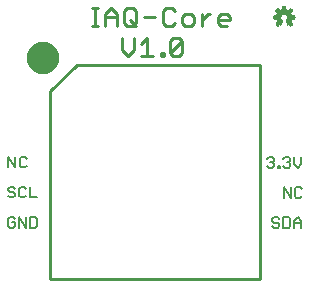
<source format=gto>
G75*
%MOIN*%
%OFA0B0*%
%FSLAX25Y25*%
%IPPOS*%
%LPD*%
%AMOC8*
5,1,8,0,0,1.08239X$1,22.5*
%
%ADD10C,0.01100*%
%ADD11C,0.00500*%
%ADD12C,0.01000*%
%ADD13C,0.05600*%
%ADD14R,0.00100X0.00100*%
%ADD15R,0.00400X0.00100*%
%ADD16R,0.00300X0.00100*%
%ADD17R,0.00600X0.00100*%
%ADD18R,0.00900X0.00100*%
%ADD19R,0.00800X0.00100*%
%ADD20R,0.01000X0.00100*%
%ADD21R,0.01100X0.00100*%
%ADD22R,0.01900X0.00100*%
%ADD23R,0.01800X0.00100*%
%ADD24R,0.02100X0.00100*%
%ADD25R,0.02000X0.00100*%
%ADD26R,0.02200X0.00100*%
%ADD27R,0.02300X0.00100*%
%ADD28R,0.02700X0.00100*%
%ADD29R,0.02800X0.00100*%
%ADD30R,0.02600X0.00100*%
%ADD31R,0.02900X0.00100*%
%ADD32R,0.05100X0.00100*%
%ADD33R,0.04900X0.00100*%
%ADD34R,0.05300X0.00100*%
%ADD35R,0.05500X0.00100*%
%ADD36R,0.05700X0.00100*%
%ADD37R,0.05900X0.00100*%
%ADD38R,0.01400X0.00100*%
%ADD39R,0.01300X0.00100*%
%ADD40R,0.01200X0.00100*%
%ADD41R,0.01700X0.00100*%
%ADD42R,0.01500X0.00100*%
%ADD43R,0.00200X0.00100*%
D10*
X0062744Y0082350D02*
X0064712Y0084318D01*
X0064712Y0088255D01*
X0067221Y0086287D02*
X0069189Y0088255D01*
X0069189Y0082350D01*
X0067221Y0082350D02*
X0071157Y0082350D01*
X0073666Y0082350D02*
X0074650Y0082350D01*
X0074650Y0083334D01*
X0073666Y0083334D01*
X0073666Y0082350D01*
X0076889Y0083334D02*
X0080826Y0087271D01*
X0080826Y0083334D01*
X0079841Y0082350D01*
X0077873Y0082350D01*
X0076889Y0083334D01*
X0076889Y0087271D01*
X0077873Y0088255D01*
X0079841Y0088255D01*
X0080826Y0087271D01*
X0081838Y0092350D02*
X0080854Y0093334D01*
X0080854Y0095303D01*
X0081838Y0096287D01*
X0083807Y0096287D01*
X0084791Y0095303D01*
X0084791Y0093334D01*
X0083807Y0092350D01*
X0081838Y0092350D01*
X0078345Y0093334D02*
X0077361Y0092350D01*
X0075393Y0092350D01*
X0074409Y0093334D01*
X0074409Y0097271D01*
X0075393Y0098255D01*
X0077361Y0098255D01*
X0078345Y0097271D01*
X0071900Y0095303D02*
X0067963Y0095303D01*
X0065454Y0097271D02*
X0065454Y0093334D01*
X0064470Y0092350D01*
X0062502Y0092350D01*
X0061518Y0093334D01*
X0061518Y0097271D01*
X0062502Y0098255D01*
X0064470Y0098255D01*
X0065454Y0097271D01*
X0063486Y0094318D02*
X0065454Y0092350D01*
X0060775Y0088255D02*
X0060775Y0084318D01*
X0062744Y0082350D01*
X0059009Y0092350D02*
X0059009Y0096287D01*
X0057041Y0098255D01*
X0055072Y0096287D01*
X0055072Y0092350D01*
X0052744Y0092350D02*
X0050775Y0092350D01*
X0051759Y0092350D02*
X0051759Y0098255D01*
X0050775Y0098255D02*
X0052744Y0098255D01*
X0055072Y0095303D02*
X0059009Y0095303D01*
X0087300Y0096287D02*
X0087300Y0092350D01*
X0087300Y0094318D02*
X0089268Y0096287D01*
X0090252Y0096287D01*
X0092671Y0095303D02*
X0092671Y0093334D01*
X0093655Y0092350D01*
X0095623Y0092350D01*
X0096608Y0094318D02*
X0092671Y0094318D01*
X0092671Y0095303D02*
X0093655Y0096287D01*
X0095623Y0096287D01*
X0096608Y0095303D01*
X0096608Y0094318D01*
D11*
X0023382Y0025089D02*
X0022798Y0025673D01*
X0022798Y0028009D01*
X0023382Y0028592D01*
X0024550Y0028592D01*
X0025133Y0028009D01*
X0026481Y0028592D02*
X0028816Y0025089D01*
X0028816Y0028592D01*
X0030164Y0028592D02*
X0031916Y0028592D01*
X0032500Y0028009D01*
X0032500Y0025673D01*
X0031916Y0025089D01*
X0030164Y0025089D01*
X0030164Y0028592D01*
X0026481Y0028592D02*
X0026481Y0025089D01*
X0025133Y0025673D02*
X0025133Y0026841D01*
X0023966Y0026841D01*
X0025133Y0025673D02*
X0024550Y0025089D01*
X0023382Y0025089D01*
X0023382Y0035168D02*
X0022798Y0035752D01*
X0023382Y0035168D02*
X0024550Y0035168D01*
X0025133Y0035752D01*
X0025133Y0036336D01*
X0024550Y0036920D01*
X0023382Y0036920D01*
X0022798Y0037503D01*
X0022798Y0038087D01*
X0023382Y0038671D01*
X0024550Y0038671D01*
X0025133Y0038087D01*
X0026481Y0038087D02*
X0027065Y0038671D01*
X0028233Y0038671D01*
X0028816Y0038087D01*
X0030164Y0038671D02*
X0030164Y0035168D01*
X0032500Y0035168D01*
X0028816Y0035752D02*
X0028233Y0035168D01*
X0027065Y0035168D01*
X0026481Y0035752D01*
X0026481Y0038087D01*
X0027183Y0045129D02*
X0028351Y0045129D01*
X0028935Y0045713D01*
X0027183Y0045129D02*
X0026599Y0045713D01*
X0026599Y0048048D01*
X0027183Y0048632D01*
X0028351Y0048632D01*
X0028935Y0048048D01*
X0025251Y0048632D02*
X0025251Y0045129D01*
X0022916Y0048632D01*
X0022916Y0045129D01*
X0109041Y0045673D02*
X0109625Y0045089D01*
X0110792Y0045089D01*
X0111376Y0045673D01*
X0111376Y0046257D01*
X0110792Y0046841D01*
X0110209Y0046841D01*
X0110792Y0046841D02*
X0111376Y0047425D01*
X0111376Y0048009D01*
X0110792Y0048592D01*
X0109625Y0048592D01*
X0109041Y0048009D01*
X0112724Y0045673D02*
X0112724Y0045089D01*
X0113308Y0045089D01*
X0113308Y0045673D01*
X0112724Y0045673D01*
X0114566Y0045673D02*
X0115149Y0045089D01*
X0116317Y0045089D01*
X0116901Y0045673D01*
X0116901Y0046257D01*
X0116317Y0046841D01*
X0115733Y0046841D01*
X0116317Y0046841D02*
X0116901Y0047425D01*
X0116901Y0048009D01*
X0116317Y0048592D01*
X0115149Y0048592D01*
X0114566Y0048009D01*
X0118249Y0048592D02*
X0118249Y0046257D01*
X0119416Y0045089D01*
X0120584Y0046257D01*
X0120584Y0048592D01*
X0120079Y0038592D02*
X0118911Y0038592D01*
X0118327Y0038009D01*
X0118327Y0035673D01*
X0118911Y0035089D01*
X0120079Y0035089D01*
X0120663Y0035673D01*
X0120663Y0038009D02*
X0120079Y0038592D01*
X0116980Y0038592D02*
X0116980Y0035089D01*
X0114644Y0038592D01*
X0114644Y0035089D01*
X0114566Y0028514D02*
X0116317Y0028514D01*
X0116901Y0027930D01*
X0116901Y0025594D01*
X0116317Y0025011D01*
X0114566Y0025011D01*
X0114566Y0028514D01*
X0113218Y0027930D02*
X0112634Y0028514D01*
X0111466Y0028514D01*
X0110882Y0027930D01*
X0110882Y0027346D01*
X0111466Y0026762D01*
X0112634Y0026762D01*
X0113218Y0026178D01*
X0113218Y0025594D01*
X0112634Y0025011D01*
X0111466Y0025011D01*
X0110882Y0025594D01*
X0118249Y0025011D02*
X0118249Y0027346D01*
X0119416Y0028514D01*
X0120584Y0027346D01*
X0120584Y0025011D01*
X0120584Y0026762D02*
X0118249Y0026762D01*
D12*
X0106839Y0008060D02*
X0106839Y0078926D01*
X0106745Y0079233D02*
X0045591Y0079233D01*
X0036855Y0070497D01*
X0036855Y0008095D01*
X0036761Y0008060D02*
X0106839Y0008060D01*
D13*
X0031796Y0081792D02*
X0031798Y0081891D01*
X0031804Y0081991D01*
X0031814Y0082090D01*
X0031828Y0082188D01*
X0031845Y0082286D01*
X0031867Y0082383D01*
X0031892Y0082479D01*
X0031921Y0082574D01*
X0031954Y0082668D01*
X0031991Y0082760D01*
X0032031Y0082851D01*
X0032075Y0082940D01*
X0032123Y0083028D01*
X0032174Y0083113D01*
X0032228Y0083196D01*
X0032285Y0083278D01*
X0032346Y0083356D01*
X0032410Y0083433D01*
X0032476Y0083506D01*
X0032546Y0083577D01*
X0032618Y0083645D01*
X0032693Y0083711D01*
X0032771Y0083773D01*
X0032851Y0083832D01*
X0032933Y0083888D01*
X0033017Y0083940D01*
X0033104Y0083989D01*
X0033192Y0084035D01*
X0033282Y0084077D01*
X0033374Y0084116D01*
X0033467Y0084151D01*
X0033561Y0084182D01*
X0033657Y0084209D01*
X0033754Y0084232D01*
X0033851Y0084252D01*
X0033949Y0084268D01*
X0034048Y0084280D01*
X0034147Y0084288D01*
X0034246Y0084292D01*
X0034346Y0084292D01*
X0034445Y0084288D01*
X0034544Y0084280D01*
X0034643Y0084268D01*
X0034741Y0084252D01*
X0034838Y0084232D01*
X0034935Y0084209D01*
X0035031Y0084182D01*
X0035125Y0084151D01*
X0035218Y0084116D01*
X0035310Y0084077D01*
X0035400Y0084035D01*
X0035488Y0083989D01*
X0035575Y0083940D01*
X0035659Y0083888D01*
X0035741Y0083832D01*
X0035821Y0083773D01*
X0035899Y0083711D01*
X0035974Y0083645D01*
X0036046Y0083577D01*
X0036116Y0083506D01*
X0036182Y0083433D01*
X0036246Y0083356D01*
X0036307Y0083278D01*
X0036364Y0083196D01*
X0036418Y0083113D01*
X0036469Y0083028D01*
X0036517Y0082940D01*
X0036561Y0082851D01*
X0036601Y0082760D01*
X0036638Y0082668D01*
X0036671Y0082574D01*
X0036700Y0082479D01*
X0036725Y0082383D01*
X0036747Y0082286D01*
X0036764Y0082188D01*
X0036778Y0082090D01*
X0036788Y0081991D01*
X0036794Y0081891D01*
X0036796Y0081792D01*
X0036794Y0081693D01*
X0036788Y0081593D01*
X0036778Y0081494D01*
X0036764Y0081396D01*
X0036747Y0081298D01*
X0036725Y0081201D01*
X0036700Y0081105D01*
X0036671Y0081010D01*
X0036638Y0080916D01*
X0036601Y0080824D01*
X0036561Y0080733D01*
X0036517Y0080644D01*
X0036469Y0080556D01*
X0036418Y0080471D01*
X0036364Y0080388D01*
X0036307Y0080306D01*
X0036246Y0080228D01*
X0036182Y0080151D01*
X0036116Y0080078D01*
X0036046Y0080007D01*
X0035974Y0079939D01*
X0035899Y0079873D01*
X0035821Y0079811D01*
X0035741Y0079752D01*
X0035659Y0079696D01*
X0035575Y0079644D01*
X0035488Y0079595D01*
X0035400Y0079549D01*
X0035310Y0079507D01*
X0035218Y0079468D01*
X0035125Y0079433D01*
X0035031Y0079402D01*
X0034935Y0079375D01*
X0034838Y0079352D01*
X0034741Y0079332D01*
X0034643Y0079316D01*
X0034544Y0079304D01*
X0034445Y0079296D01*
X0034346Y0079292D01*
X0034246Y0079292D01*
X0034147Y0079296D01*
X0034048Y0079304D01*
X0033949Y0079316D01*
X0033851Y0079332D01*
X0033754Y0079352D01*
X0033657Y0079375D01*
X0033561Y0079402D01*
X0033467Y0079433D01*
X0033374Y0079468D01*
X0033282Y0079507D01*
X0033192Y0079549D01*
X0033104Y0079595D01*
X0033017Y0079644D01*
X0032933Y0079696D01*
X0032851Y0079752D01*
X0032771Y0079811D01*
X0032693Y0079873D01*
X0032618Y0079939D01*
X0032546Y0080007D01*
X0032476Y0080078D01*
X0032410Y0080151D01*
X0032346Y0080228D01*
X0032285Y0080306D01*
X0032228Y0080388D01*
X0032174Y0080471D01*
X0032123Y0080556D01*
X0032075Y0080644D01*
X0032031Y0080733D01*
X0031991Y0080824D01*
X0031954Y0080916D01*
X0031921Y0081010D01*
X0031892Y0081105D01*
X0031867Y0081201D01*
X0031845Y0081298D01*
X0031828Y0081396D01*
X0031814Y0081494D01*
X0031804Y0081593D01*
X0031798Y0081693D01*
X0031796Y0081792D01*
D14*
X0112686Y0092000D03*
X0117086Y0092000D03*
X0112686Y0097900D03*
D15*
X0112636Y0097800D03*
X0112636Y0092100D03*
D16*
X0113686Y0092400D03*
X0116086Y0092400D03*
X0117086Y0092100D03*
X0117086Y0097800D03*
D17*
X0117036Y0097700D03*
X0112736Y0097700D03*
X0112736Y0092200D03*
X0117036Y0092200D03*
D18*
X0112686Y0092300D03*
X0112686Y0097600D03*
X0117086Y0097600D03*
D19*
X0117036Y0092300D03*
D20*
X0112736Y0092400D03*
D21*
X0117086Y0092400D03*
X0114886Y0098300D03*
X0114886Y0098400D03*
X0114886Y0098500D03*
X0114886Y0098600D03*
X0112786Y0097500D03*
D22*
X0113386Y0093600D03*
X0113386Y0093500D03*
X0113286Y0093400D03*
X0113286Y0093300D03*
X0112986Y0092600D03*
X0112986Y0092500D03*
X0116386Y0093500D03*
X0116386Y0093600D03*
X0116486Y0093400D03*
X0116486Y0093300D03*
X0116786Y0092600D03*
D23*
X0116736Y0092500D03*
D24*
X0116786Y0092700D03*
X0116786Y0092800D03*
X0116386Y0093700D03*
X0116386Y0093800D03*
X0116486Y0094100D03*
X0116586Y0094200D03*
X0116586Y0095700D03*
X0116486Y0095800D03*
X0114886Y0097500D03*
X0113286Y0095800D03*
X0113186Y0095700D03*
X0113186Y0094200D03*
X0113286Y0094100D03*
X0113386Y0093800D03*
X0113386Y0093700D03*
X0112986Y0092800D03*
X0112986Y0092700D03*
D25*
X0113036Y0092900D03*
X0113136Y0093000D03*
X0113136Y0093100D03*
X0113236Y0093200D03*
X0116536Y0093200D03*
X0116636Y0093100D03*
X0116636Y0093000D03*
X0116736Y0092900D03*
D26*
X0116436Y0094000D03*
X0113336Y0094000D03*
X0113336Y0093900D03*
D27*
X0112986Y0094300D03*
X0112986Y0095600D03*
X0113386Y0095900D03*
X0116386Y0095900D03*
X0116786Y0095600D03*
X0116786Y0094300D03*
X0116386Y0093900D03*
D28*
X0117086Y0094400D03*
X0117186Y0094600D03*
X0117186Y0094700D03*
X0117286Y0094900D03*
X0117186Y0095000D03*
X0117186Y0095300D03*
X0117086Y0095500D03*
X0114886Y0097400D03*
X0112686Y0095500D03*
X0112486Y0094900D03*
X0112686Y0094400D03*
D29*
X0112536Y0094500D03*
X0112536Y0094600D03*
X0112536Y0094700D03*
X0112536Y0095000D03*
X0112536Y0095100D03*
X0112536Y0095200D03*
X0112536Y0095300D03*
X0112636Y0095400D03*
X0117236Y0095200D03*
X0117236Y0095100D03*
X0117236Y0094800D03*
X0117236Y0094500D03*
D30*
X0112536Y0094800D03*
D31*
X0117186Y0095400D03*
D32*
X0114886Y0096000D03*
X0114886Y0096100D03*
X0114886Y0096500D03*
X0114886Y0096600D03*
D33*
X0114886Y0096400D03*
X0114886Y0096300D03*
X0114886Y0096200D03*
D34*
X0114886Y0096700D03*
D35*
X0114886Y0096800D03*
X0114886Y0096900D03*
D36*
X0114886Y0097000D03*
X0114886Y0097300D03*
D37*
X0114886Y0097200D03*
X0114886Y0097100D03*
D38*
X0112736Y0097400D03*
D39*
X0114886Y0097800D03*
X0114886Y0097900D03*
X0114886Y0098000D03*
X0114886Y0098100D03*
X0114886Y0098200D03*
X0116986Y0097400D03*
D40*
X0117036Y0097500D03*
D41*
X0114886Y0097600D03*
D42*
X0114886Y0097700D03*
D43*
X0117136Y0097900D03*
M02*

</source>
